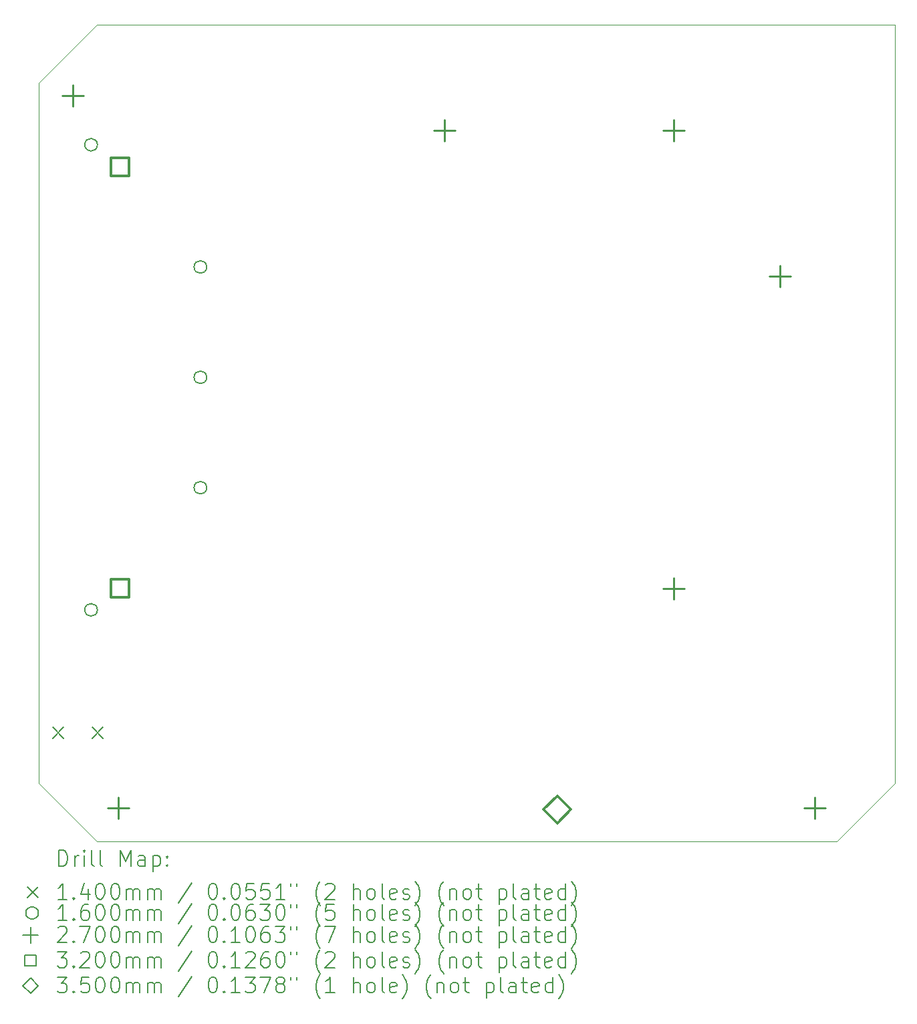
<source format=gbr>
%FSLAX45Y45*%
G04 Gerber Fmt 4.5, Leading zero omitted, Abs format (unit mm)*
G04 Created by KiCad (PCBNEW (6.0.0-0)) date 2023-04-18 12:24:43*
%MOMM*%
%LPD*%
G01*
G04 APERTURE LIST*
%TA.AperFunction,Profile*%
%ADD10C,0.100000*%
%TD*%
%ADD11C,0.200000*%
%ADD12C,0.140000*%
%ADD13C,0.160020*%
%ADD14C,0.270000*%
%ADD15C,0.320040*%
%ADD16C,0.350000*%
G04 APERTURE END LIST*
D10*
X5702300Y-14833600D02*
X4965700Y-14097000D01*
X15811500Y-14097000D02*
X15074900Y-14833600D01*
X5702300Y-4495800D02*
X13474700Y-4495800D01*
X13474700Y-4495800D02*
X15811500Y-4495800D01*
X15811500Y-14097000D02*
X15811500Y-4495800D01*
X4965700Y-14097000D02*
X4965700Y-5232400D01*
X5702300Y-4495800D02*
X4965700Y-5232400D01*
X15074900Y-14833600D02*
X5702300Y-14833600D01*
D11*
D12*
X5141800Y-13392000D02*
X5281800Y-13532000D01*
X5281800Y-13392000D02*
X5141800Y-13532000D01*
X5641800Y-13392000D02*
X5781800Y-13532000D01*
X5781800Y-13392000D02*
X5641800Y-13532000D01*
D13*
X5707751Y-6018140D02*
G75*
G03*
X5707751Y-6018140I-80010J0D01*
G01*
X5707751Y-11905860D02*
G75*
G03*
X5707751Y-11905860I-80010J0D01*
G01*
X7092051Y-7565000D02*
G75*
G03*
X7092051Y-7565000I-80010J0D01*
G01*
X7092051Y-8962000D02*
G75*
G03*
X7092051Y-8962000I-80010J0D01*
G01*
X7092051Y-10359000D02*
G75*
G03*
X7092051Y-10359000I-80010J0D01*
G01*
D14*
X5397500Y-5262500D02*
X5397500Y-5532500D01*
X5262500Y-5397500D02*
X5532500Y-5397500D01*
X5969000Y-14279500D02*
X5969000Y-14549500D01*
X5834000Y-14414500D02*
X6104000Y-14414500D01*
X10106800Y-5699600D02*
X10106800Y-5969600D01*
X9971800Y-5834600D02*
X10241800Y-5834600D01*
X13006800Y-5699600D02*
X13006800Y-5969600D01*
X12871800Y-5834600D02*
X13141800Y-5834600D01*
X13006800Y-11499600D02*
X13006800Y-11769600D01*
X12871800Y-11634600D02*
X13141800Y-11634600D01*
X14351000Y-7548500D02*
X14351000Y-7818500D01*
X14216000Y-7683500D02*
X14486000Y-7683500D01*
X14795500Y-14279500D02*
X14795500Y-14549500D01*
X14660500Y-14414500D02*
X14930500Y-14414500D01*
D15*
X6109193Y-6408152D02*
X6109193Y-6181848D01*
X5882888Y-6181848D01*
X5882888Y-6408152D01*
X6109193Y-6408152D01*
X6109193Y-11742152D02*
X6109193Y-11515848D01*
X5882888Y-11515848D01*
X5882888Y-11742152D01*
X6109193Y-11742152D01*
D16*
X11531600Y-14608600D02*
X11706600Y-14433600D01*
X11531600Y-14258600D01*
X11356600Y-14433600D01*
X11531600Y-14608600D01*
D11*
X5218319Y-15149076D02*
X5218319Y-14949076D01*
X5265938Y-14949076D01*
X5294510Y-14958600D01*
X5313557Y-14977648D01*
X5323081Y-14996695D01*
X5332605Y-15034790D01*
X5332605Y-15063362D01*
X5323081Y-15101457D01*
X5313557Y-15120505D01*
X5294510Y-15139552D01*
X5265938Y-15149076D01*
X5218319Y-15149076D01*
X5418319Y-15149076D02*
X5418319Y-15015743D01*
X5418319Y-15053838D02*
X5427843Y-15034790D01*
X5437367Y-15025267D01*
X5456414Y-15015743D01*
X5475462Y-15015743D01*
X5542129Y-15149076D02*
X5542129Y-15015743D01*
X5542129Y-14949076D02*
X5532605Y-14958600D01*
X5542129Y-14968124D01*
X5551652Y-14958600D01*
X5542129Y-14949076D01*
X5542129Y-14968124D01*
X5665938Y-15149076D02*
X5646890Y-15139552D01*
X5637367Y-15120505D01*
X5637367Y-14949076D01*
X5770700Y-15149076D02*
X5751652Y-15139552D01*
X5742128Y-15120505D01*
X5742128Y-14949076D01*
X5999271Y-15149076D02*
X5999271Y-14949076D01*
X6065938Y-15091933D01*
X6132605Y-14949076D01*
X6132605Y-15149076D01*
X6313557Y-15149076D02*
X6313557Y-15044314D01*
X6304033Y-15025267D01*
X6284986Y-15015743D01*
X6246890Y-15015743D01*
X6227843Y-15025267D01*
X6313557Y-15139552D02*
X6294509Y-15149076D01*
X6246890Y-15149076D01*
X6227843Y-15139552D01*
X6218319Y-15120505D01*
X6218319Y-15101457D01*
X6227843Y-15082409D01*
X6246890Y-15072886D01*
X6294509Y-15072886D01*
X6313557Y-15063362D01*
X6408795Y-15015743D02*
X6408795Y-15215743D01*
X6408795Y-15025267D02*
X6427843Y-15015743D01*
X6465938Y-15015743D01*
X6484986Y-15025267D01*
X6494509Y-15034790D01*
X6504033Y-15053838D01*
X6504033Y-15110981D01*
X6494509Y-15130028D01*
X6484986Y-15139552D01*
X6465938Y-15149076D01*
X6427843Y-15149076D01*
X6408795Y-15139552D01*
X6589748Y-15130028D02*
X6599271Y-15139552D01*
X6589748Y-15149076D01*
X6580224Y-15139552D01*
X6589748Y-15130028D01*
X6589748Y-15149076D01*
X6589748Y-15025267D02*
X6599271Y-15034790D01*
X6589748Y-15044314D01*
X6580224Y-15034790D01*
X6589748Y-15025267D01*
X6589748Y-15044314D01*
D12*
X4820700Y-15408600D02*
X4960700Y-15548600D01*
X4960700Y-15408600D02*
X4820700Y-15548600D01*
D11*
X5323081Y-15569076D02*
X5208795Y-15569076D01*
X5265938Y-15569076D02*
X5265938Y-15369076D01*
X5246890Y-15397648D01*
X5227843Y-15416695D01*
X5208795Y-15426219D01*
X5408795Y-15550028D02*
X5418319Y-15559552D01*
X5408795Y-15569076D01*
X5399271Y-15559552D01*
X5408795Y-15550028D01*
X5408795Y-15569076D01*
X5589748Y-15435743D02*
X5589748Y-15569076D01*
X5542129Y-15359552D02*
X5494510Y-15502409D01*
X5618319Y-15502409D01*
X5732605Y-15369076D02*
X5751652Y-15369076D01*
X5770700Y-15378600D01*
X5780224Y-15388124D01*
X5789748Y-15407171D01*
X5799271Y-15445267D01*
X5799271Y-15492886D01*
X5789748Y-15530981D01*
X5780224Y-15550028D01*
X5770700Y-15559552D01*
X5751652Y-15569076D01*
X5732605Y-15569076D01*
X5713557Y-15559552D01*
X5704033Y-15550028D01*
X5694509Y-15530981D01*
X5684986Y-15492886D01*
X5684986Y-15445267D01*
X5694509Y-15407171D01*
X5704033Y-15388124D01*
X5713557Y-15378600D01*
X5732605Y-15369076D01*
X5923081Y-15369076D02*
X5942128Y-15369076D01*
X5961176Y-15378600D01*
X5970700Y-15388124D01*
X5980224Y-15407171D01*
X5989748Y-15445267D01*
X5989748Y-15492886D01*
X5980224Y-15530981D01*
X5970700Y-15550028D01*
X5961176Y-15559552D01*
X5942128Y-15569076D01*
X5923081Y-15569076D01*
X5904033Y-15559552D01*
X5894509Y-15550028D01*
X5884986Y-15530981D01*
X5875462Y-15492886D01*
X5875462Y-15445267D01*
X5884986Y-15407171D01*
X5894509Y-15388124D01*
X5904033Y-15378600D01*
X5923081Y-15369076D01*
X6075462Y-15569076D02*
X6075462Y-15435743D01*
X6075462Y-15454790D02*
X6084986Y-15445267D01*
X6104033Y-15435743D01*
X6132605Y-15435743D01*
X6151652Y-15445267D01*
X6161176Y-15464314D01*
X6161176Y-15569076D01*
X6161176Y-15464314D02*
X6170700Y-15445267D01*
X6189748Y-15435743D01*
X6218319Y-15435743D01*
X6237367Y-15445267D01*
X6246890Y-15464314D01*
X6246890Y-15569076D01*
X6342128Y-15569076D02*
X6342128Y-15435743D01*
X6342128Y-15454790D02*
X6351652Y-15445267D01*
X6370700Y-15435743D01*
X6399271Y-15435743D01*
X6418319Y-15445267D01*
X6427843Y-15464314D01*
X6427843Y-15569076D01*
X6427843Y-15464314D02*
X6437367Y-15445267D01*
X6456414Y-15435743D01*
X6484986Y-15435743D01*
X6504033Y-15445267D01*
X6513557Y-15464314D01*
X6513557Y-15569076D01*
X6904033Y-15359552D02*
X6732605Y-15616695D01*
X7161176Y-15369076D02*
X7180224Y-15369076D01*
X7199271Y-15378600D01*
X7208795Y-15388124D01*
X7218319Y-15407171D01*
X7227843Y-15445267D01*
X7227843Y-15492886D01*
X7218319Y-15530981D01*
X7208795Y-15550028D01*
X7199271Y-15559552D01*
X7180224Y-15569076D01*
X7161176Y-15569076D01*
X7142128Y-15559552D01*
X7132605Y-15550028D01*
X7123081Y-15530981D01*
X7113557Y-15492886D01*
X7113557Y-15445267D01*
X7123081Y-15407171D01*
X7132605Y-15388124D01*
X7142128Y-15378600D01*
X7161176Y-15369076D01*
X7313557Y-15550028D02*
X7323081Y-15559552D01*
X7313557Y-15569076D01*
X7304033Y-15559552D01*
X7313557Y-15550028D01*
X7313557Y-15569076D01*
X7446890Y-15369076D02*
X7465938Y-15369076D01*
X7484986Y-15378600D01*
X7494509Y-15388124D01*
X7504033Y-15407171D01*
X7513557Y-15445267D01*
X7513557Y-15492886D01*
X7504033Y-15530981D01*
X7494509Y-15550028D01*
X7484986Y-15559552D01*
X7465938Y-15569076D01*
X7446890Y-15569076D01*
X7427843Y-15559552D01*
X7418319Y-15550028D01*
X7408795Y-15530981D01*
X7399271Y-15492886D01*
X7399271Y-15445267D01*
X7408795Y-15407171D01*
X7418319Y-15388124D01*
X7427843Y-15378600D01*
X7446890Y-15369076D01*
X7694509Y-15369076D02*
X7599271Y-15369076D01*
X7589748Y-15464314D01*
X7599271Y-15454790D01*
X7618319Y-15445267D01*
X7665938Y-15445267D01*
X7684986Y-15454790D01*
X7694509Y-15464314D01*
X7704033Y-15483362D01*
X7704033Y-15530981D01*
X7694509Y-15550028D01*
X7684986Y-15559552D01*
X7665938Y-15569076D01*
X7618319Y-15569076D01*
X7599271Y-15559552D01*
X7589748Y-15550028D01*
X7884986Y-15369076D02*
X7789748Y-15369076D01*
X7780224Y-15464314D01*
X7789748Y-15454790D01*
X7808795Y-15445267D01*
X7856414Y-15445267D01*
X7875462Y-15454790D01*
X7884986Y-15464314D01*
X7894509Y-15483362D01*
X7894509Y-15530981D01*
X7884986Y-15550028D01*
X7875462Y-15559552D01*
X7856414Y-15569076D01*
X7808795Y-15569076D01*
X7789748Y-15559552D01*
X7780224Y-15550028D01*
X8084986Y-15569076D02*
X7970700Y-15569076D01*
X8027843Y-15569076D02*
X8027843Y-15369076D01*
X8008795Y-15397648D01*
X7989748Y-15416695D01*
X7970700Y-15426219D01*
X8161176Y-15369076D02*
X8161176Y-15407171D01*
X8237367Y-15369076D02*
X8237367Y-15407171D01*
X8532605Y-15645267D02*
X8523081Y-15635743D01*
X8504033Y-15607171D01*
X8494510Y-15588124D01*
X8484986Y-15559552D01*
X8475462Y-15511933D01*
X8475462Y-15473838D01*
X8484986Y-15426219D01*
X8494510Y-15397648D01*
X8504033Y-15378600D01*
X8523081Y-15350028D01*
X8532605Y-15340505D01*
X8599271Y-15388124D02*
X8608795Y-15378600D01*
X8627843Y-15369076D01*
X8675462Y-15369076D01*
X8694510Y-15378600D01*
X8704033Y-15388124D01*
X8713557Y-15407171D01*
X8713557Y-15426219D01*
X8704033Y-15454790D01*
X8589748Y-15569076D01*
X8713557Y-15569076D01*
X8951652Y-15569076D02*
X8951652Y-15369076D01*
X9037367Y-15569076D02*
X9037367Y-15464314D01*
X9027843Y-15445267D01*
X9008795Y-15435743D01*
X8980224Y-15435743D01*
X8961176Y-15445267D01*
X8951652Y-15454790D01*
X9161176Y-15569076D02*
X9142129Y-15559552D01*
X9132605Y-15550028D01*
X9123081Y-15530981D01*
X9123081Y-15473838D01*
X9132605Y-15454790D01*
X9142129Y-15445267D01*
X9161176Y-15435743D01*
X9189748Y-15435743D01*
X9208795Y-15445267D01*
X9218319Y-15454790D01*
X9227843Y-15473838D01*
X9227843Y-15530981D01*
X9218319Y-15550028D01*
X9208795Y-15559552D01*
X9189748Y-15569076D01*
X9161176Y-15569076D01*
X9342129Y-15569076D02*
X9323081Y-15559552D01*
X9313557Y-15540505D01*
X9313557Y-15369076D01*
X9494510Y-15559552D02*
X9475462Y-15569076D01*
X9437367Y-15569076D01*
X9418319Y-15559552D01*
X9408795Y-15540505D01*
X9408795Y-15464314D01*
X9418319Y-15445267D01*
X9437367Y-15435743D01*
X9475462Y-15435743D01*
X9494510Y-15445267D01*
X9504033Y-15464314D01*
X9504033Y-15483362D01*
X9408795Y-15502409D01*
X9580224Y-15559552D02*
X9599271Y-15569076D01*
X9637367Y-15569076D01*
X9656414Y-15559552D01*
X9665938Y-15540505D01*
X9665938Y-15530981D01*
X9656414Y-15511933D01*
X9637367Y-15502409D01*
X9608795Y-15502409D01*
X9589748Y-15492886D01*
X9580224Y-15473838D01*
X9580224Y-15464314D01*
X9589748Y-15445267D01*
X9608795Y-15435743D01*
X9637367Y-15435743D01*
X9656414Y-15445267D01*
X9732605Y-15645267D02*
X9742129Y-15635743D01*
X9761176Y-15607171D01*
X9770700Y-15588124D01*
X9780224Y-15559552D01*
X9789748Y-15511933D01*
X9789748Y-15473838D01*
X9780224Y-15426219D01*
X9770700Y-15397648D01*
X9761176Y-15378600D01*
X9742129Y-15350028D01*
X9732605Y-15340505D01*
X10094510Y-15645267D02*
X10084986Y-15635743D01*
X10065938Y-15607171D01*
X10056414Y-15588124D01*
X10046890Y-15559552D01*
X10037367Y-15511933D01*
X10037367Y-15473838D01*
X10046890Y-15426219D01*
X10056414Y-15397648D01*
X10065938Y-15378600D01*
X10084986Y-15350028D01*
X10094510Y-15340505D01*
X10170700Y-15435743D02*
X10170700Y-15569076D01*
X10170700Y-15454790D02*
X10180224Y-15445267D01*
X10199271Y-15435743D01*
X10227843Y-15435743D01*
X10246890Y-15445267D01*
X10256414Y-15464314D01*
X10256414Y-15569076D01*
X10380224Y-15569076D02*
X10361176Y-15559552D01*
X10351652Y-15550028D01*
X10342129Y-15530981D01*
X10342129Y-15473838D01*
X10351652Y-15454790D01*
X10361176Y-15445267D01*
X10380224Y-15435743D01*
X10408795Y-15435743D01*
X10427843Y-15445267D01*
X10437367Y-15454790D01*
X10446890Y-15473838D01*
X10446890Y-15530981D01*
X10437367Y-15550028D01*
X10427843Y-15559552D01*
X10408795Y-15569076D01*
X10380224Y-15569076D01*
X10504033Y-15435743D02*
X10580224Y-15435743D01*
X10532605Y-15369076D02*
X10532605Y-15540505D01*
X10542129Y-15559552D01*
X10561176Y-15569076D01*
X10580224Y-15569076D01*
X10799271Y-15435743D02*
X10799271Y-15635743D01*
X10799271Y-15445267D02*
X10818319Y-15435743D01*
X10856414Y-15435743D01*
X10875462Y-15445267D01*
X10884986Y-15454790D01*
X10894510Y-15473838D01*
X10894510Y-15530981D01*
X10884986Y-15550028D01*
X10875462Y-15559552D01*
X10856414Y-15569076D01*
X10818319Y-15569076D01*
X10799271Y-15559552D01*
X11008795Y-15569076D02*
X10989748Y-15559552D01*
X10980224Y-15540505D01*
X10980224Y-15369076D01*
X11170700Y-15569076D02*
X11170700Y-15464314D01*
X11161176Y-15445267D01*
X11142129Y-15435743D01*
X11104033Y-15435743D01*
X11084986Y-15445267D01*
X11170700Y-15559552D02*
X11151652Y-15569076D01*
X11104033Y-15569076D01*
X11084986Y-15559552D01*
X11075462Y-15540505D01*
X11075462Y-15521457D01*
X11084986Y-15502409D01*
X11104033Y-15492886D01*
X11151652Y-15492886D01*
X11170700Y-15483362D01*
X11237367Y-15435743D02*
X11313557Y-15435743D01*
X11265938Y-15369076D02*
X11265938Y-15540505D01*
X11275462Y-15559552D01*
X11294509Y-15569076D01*
X11313557Y-15569076D01*
X11456414Y-15559552D02*
X11437367Y-15569076D01*
X11399271Y-15569076D01*
X11380224Y-15559552D01*
X11370700Y-15540505D01*
X11370700Y-15464314D01*
X11380224Y-15445267D01*
X11399271Y-15435743D01*
X11437367Y-15435743D01*
X11456414Y-15445267D01*
X11465938Y-15464314D01*
X11465938Y-15483362D01*
X11370700Y-15502409D01*
X11637367Y-15569076D02*
X11637367Y-15369076D01*
X11637367Y-15559552D02*
X11618319Y-15569076D01*
X11580224Y-15569076D01*
X11561176Y-15559552D01*
X11551652Y-15550028D01*
X11542128Y-15530981D01*
X11542128Y-15473838D01*
X11551652Y-15454790D01*
X11561176Y-15445267D01*
X11580224Y-15435743D01*
X11618319Y-15435743D01*
X11637367Y-15445267D01*
X11713557Y-15645267D02*
X11723081Y-15635743D01*
X11742128Y-15607171D01*
X11751652Y-15588124D01*
X11761176Y-15559552D01*
X11770700Y-15511933D01*
X11770700Y-15473838D01*
X11761176Y-15426219D01*
X11751652Y-15397648D01*
X11742128Y-15378600D01*
X11723081Y-15350028D01*
X11713557Y-15340505D01*
D13*
X4960700Y-15742600D02*
G75*
G03*
X4960700Y-15742600I-80010J0D01*
G01*
D11*
X5323081Y-15833076D02*
X5208795Y-15833076D01*
X5265938Y-15833076D02*
X5265938Y-15633076D01*
X5246890Y-15661648D01*
X5227843Y-15680695D01*
X5208795Y-15690219D01*
X5408795Y-15814028D02*
X5418319Y-15823552D01*
X5408795Y-15833076D01*
X5399271Y-15823552D01*
X5408795Y-15814028D01*
X5408795Y-15833076D01*
X5589748Y-15633076D02*
X5551652Y-15633076D01*
X5532605Y-15642600D01*
X5523081Y-15652124D01*
X5504033Y-15680695D01*
X5494510Y-15718790D01*
X5494510Y-15794981D01*
X5504033Y-15814028D01*
X5513557Y-15823552D01*
X5532605Y-15833076D01*
X5570700Y-15833076D01*
X5589748Y-15823552D01*
X5599271Y-15814028D01*
X5608795Y-15794981D01*
X5608795Y-15747362D01*
X5599271Y-15728314D01*
X5589748Y-15718790D01*
X5570700Y-15709267D01*
X5532605Y-15709267D01*
X5513557Y-15718790D01*
X5504033Y-15728314D01*
X5494510Y-15747362D01*
X5732605Y-15633076D02*
X5751652Y-15633076D01*
X5770700Y-15642600D01*
X5780224Y-15652124D01*
X5789748Y-15671171D01*
X5799271Y-15709267D01*
X5799271Y-15756886D01*
X5789748Y-15794981D01*
X5780224Y-15814028D01*
X5770700Y-15823552D01*
X5751652Y-15833076D01*
X5732605Y-15833076D01*
X5713557Y-15823552D01*
X5704033Y-15814028D01*
X5694509Y-15794981D01*
X5684986Y-15756886D01*
X5684986Y-15709267D01*
X5694509Y-15671171D01*
X5704033Y-15652124D01*
X5713557Y-15642600D01*
X5732605Y-15633076D01*
X5923081Y-15633076D02*
X5942128Y-15633076D01*
X5961176Y-15642600D01*
X5970700Y-15652124D01*
X5980224Y-15671171D01*
X5989748Y-15709267D01*
X5989748Y-15756886D01*
X5980224Y-15794981D01*
X5970700Y-15814028D01*
X5961176Y-15823552D01*
X5942128Y-15833076D01*
X5923081Y-15833076D01*
X5904033Y-15823552D01*
X5894509Y-15814028D01*
X5884986Y-15794981D01*
X5875462Y-15756886D01*
X5875462Y-15709267D01*
X5884986Y-15671171D01*
X5894509Y-15652124D01*
X5904033Y-15642600D01*
X5923081Y-15633076D01*
X6075462Y-15833076D02*
X6075462Y-15699743D01*
X6075462Y-15718790D02*
X6084986Y-15709267D01*
X6104033Y-15699743D01*
X6132605Y-15699743D01*
X6151652Y-15709267D01*
X6161176Y-15728314D01*
X6161176Y-15833076D01*
X6161176Y-15728314D02*
X6170700Y-15709267D01*
X6189748Y-15699743D01*
X6218319Y-15699743D01*
X6237367Y-15709267D01*
X6246890Y-15728314D01*
X6246890Y-15833076D01*
X6342128Y-15833076D02*
X6342128Y-15699743D01*
X6342128Y-15718790D02*
X6351652Y-15709267D01*
X6370700Y-15699743D01*
X6399271Y-15699743D01*
X6418319Y-15709267D01*
X6427843Y-15728314D01*
X6427843Y-15833076D01*
X6427843Y-15728314D02*
X6437367Y-15709267D01*
X6456414Y-15699743D01*
X6484986Y-15699743D01*
X6504033Y-15709267D01*
X6513557Y-15728314D01*
X6513557Y-15833076D01*
X6904033Y-15623552D02*
X6732605Y-15880695D01*
X7161176Y-15633076D02*
X7180224Y-15633076D01*
X7199271Y-15642600D01*
X7208795Y-15652124D01*
X7218319Y-15671171D01*
X7227843Y-15709267D01*
X7227843Y-15756886D01*
X7218319Y-15794981D01*
X7208795Y-15814028D01*
X7199271Y-15823552D01*
X7180224Y-15833076D01*
X7161176Y-15833076D01*
X7142128Y-15823552D01*
X7132605Y-15814028D01*
X7123081Y-15794981D01*
X7113557Y-15756886D01*
X7113557Y-15709267D01*
X7123081Y-15671171D01*
X7132605Y-15652124D01*
X7142128Y-15642600D01*
X7161176Y-15633076D01*
X7313557Y-15814028D02*
X7323081Y-15823552D01*
X7313557Y-15833076D01*
X7304033Y-15823552D01*
X7313557Y-15814028D01*
X7313557Y-15833076D01*
X7446890Y-15633076D02*
X7465938Y-15633076D01*
X7484986Y-15642600D01*
X7494509Y-15652124D01*
X7504033Y-15671171D01*
X7513557Y-15709267D01*
X7513557Y-15756886D01*
X7504033Y-15794981D01*
X7494509Y-15814028D01*
X7484986Y-15823552D01*
X7465938Y-15833076D01*
X7446890Y-15833076D01*
X7427843Y-15823552D01*
X7418319Y-15814028D01*
X7408795Y-15794981D01*
X7399271Y-15756886D01*
X7399271Y-15709267D01*
X7408795Y-15671171D01*
X7418319Y-15652124D01*
X7427843Y-15642600D01*
X7446890Y-15633076D01*
X7684986Y-15633076D02*
X7646890Y-15633076D01*
X7627843Y-15642600D01*
X7618319Y-15652124D01*
X7599271Y-15680695D01*
X7589748Y-15718790D01*
X7589748Y-15794981D01*
X7599271Y-15814028D01*
X7608795Y-15823552D01*
X7627843Y-15833076D01*
X7665938Y-15833076D01*
X7684986Y-15823552D01*
X7694509Y-15814028D01*
X7704033Y-15794981D01*
X7704033Y-15747362D01*
X7694509Y-15728314D01*
X7684986Y-15718790D01*
X7665938Y-15709267D01*
X7627843Y-15709267D01*
X7608795Y-15718790D01*
X7599271Y-15728314D01*
X7589748Y-15747362D01*
X7770700Y-15633076D02*
X7894509Y-15633076D01*
X7827843Y-15709267D01*
X7856414Y-15709267D01*
X7875462Y-15718790D01*
X7884986Y-15728314D01*
X7894509Y-15747362D01*
X7894509Y-15794981D01*
X7884986Y-15814028D01*
X7875462Y-15823552D01*
X7856414Y-15833076D01*
X7799271Y-15833076D01*
X7780224Y-15823552D01*
X7770700Y-15814028D01*
X8018319Y-15633076D02*
X8037367Y-15633076D01*
X8056414Y-15642600D01*
X8065938Y-15652124D01*
X8075462Y-15671171D01*
X8084986Y-15709267D01*
X8084986Y-15756886D01*
X8075462Y-15794981D01*
X8065938Y-15814028D01*
X8056414Y-15823552D01*
X8037367Y-15833076D01*
X8018319Y-15833076D01*
X7999271Y-15823552D01*
X7989748Y-15814028D01*
X7980224Y-15794981D01*
X7970700Y-15756886D01*
X7970700Y-15709267D01*
X7980224Y-15671171D01*
X7989748Y-15652124D01*
X7999271Y-15642600D01*
X8018319Y-15633076D01*
X8161176Y-15633076D02*
X8161176Y-15671171D01*
X8237367Y-15633076D02*
X8237367Y-15671171D01*
X8532605Y-15909267D02*
X8523081Y-15899743D01*
X8504033Y-15871171D01*
X8494510Y-15852124D01*
X8484986Y-15823552D01*
X8475462Y-15775933D01*
X8475462Y-15737838D01*
X8484986Y-15690219D01*
X8494510Y-15661648D01*
X8504033Y-15642600D01*
X8523081Y-15614028D01*
X8532605Y-15604505D01*
X8704033Y-15633076D02*
X8608795Y-15633076D01*
X8599271Y-15728314D01*
X8608795Y-15718790D01*
X8627843Y-15709267D01*
X8675462Y-15709267D01*
X8694510Y-15718790D01*
X8704033Y-15728314D01*
X8713557Y-15747362D01*
X8713557Y-15794981D01*
X8704033Y-15814028D01*
X8694510Y-15823552D01*
X8675462Y-15833076D01*
X8627843Y-15833076D01*
X8608795Y-15823552D01*
X8599271Y-15814028D01*
X8951652Y-15833076D02*
X8951652Y-15633076D01*
X9037367Y-15833076D02*
X9037367Y-15728314D01*
X9027843Y-15709267D01*
X9008795Y-15699743D01*
X8980224Y-15699743D01*
X8961176Y-15709267D01*
X8951652Y-15718790D01*
X9161176Y-15833076D02*
X9142129Y-15823552D01*
X9132605Y-15814028D01*
X9123081Y-15794981D01*
X9123081Y-15737838D01*
X9132605Y-15718790D01*
X9142129Y-15709267D01*
X9161176Y-15699743D01*
X9189748Y-15699743D01*
X9208795Y-15709267D01*
X9218319Y-15718790D01*
X9227843Y-15737838D01*
X9227843Y-15794981D01*
X9218319Y-15814028D01*
X9208795Y-15823552D01*
X9189748Y-15833076D01*
X9161176Y-15833076D01*
X9342129Y-15833076D02*
X9323081Y-15823552D01*
X9313557Y-15804505D01*
X9313557Y-15633076D01*
X9494510Y-15823552D02*
X9475462Y-15833076D01*
X9437367Y-15833076D01*
X9418319Y-15823552D01*
X9408795Y-15804505D01*
X9408795Y-15728314D01*
X9418319Y-15709267D01*
X9437367Y-15699743D01*
X9475462Y-15699743D01*
X9494510Y-15709267D01*
X9504033Y-15728314D01*
X9504033Y-15747362D01*
X9408795Y-15766409D01*
X9580224Y-15823552D02*
X9599271Y-15833076D01*
X9637367Y-15833076D01*
X9656414Y-15823552D01*
X9665938Y-15804505D01*
X9665938Y-15794981D01*
X9656414Y-15775933D01*
X9637367Y-15766409D01*
X9608795Y-15766409D01*
X9589748Y-15756886D01*
X9580224Y-15737838D01*
X9580224Y-15728314D01*
X9589748Y-15709267D01*
X9608795Y-15699743D01*
X9637367Y-15699743D01*
X9656414Y-15709267D01*
X9732605Y-15909267D02*
X9742129Y-15899743D01*
X9761176Y-15871171D01*
X9770700Y-15852124D01*
X9780224Y-15823552D01*
X9789748Y-15775933D01*
X9789748Y-15737838D01*
X9780224Y-15690219D01*
X9770700Y-15661648D01*
X9761176Y-15642600D01*
X9742129Y-15614028D01*
X9732605Y-15604505D01*
X10094510Y-15909267D02*
X10084986Y-15899743D01*
X10065938Y-15871171D01*
X10056414Y-15852124D01*
X10046890Y-15823552D01*
X10037367Y-15775933D01*
X10037367Y-15737838D01*
X10046890Y-15690219D01*
X10056414Y-15661648D01*
X10065938Y-15642600D01*
X10084986Y-15614028D01*
X10094510Y-15604505D01*
X10170700Y-15699743D02*
X10170700Y-15833076D01*
X10170700Y-15718790D02*
X10180224Y-15709267D01*
X10199271Y-15699743D01*
X10227843Y-15699743D01*
X10246890Y-15709267D01*
X10256414Y-15728314D01*
X10256414Y-15833076D01*
X10380224Y-15833076D02*
X10361176Y-15823552D01*
X10351652Y-15814028D01*
X10342129Y-15794981D01*
X10342129Y-15737838D01*
X10351652Y-15718790D01*
X10361176Y-15709267D01*
X10380224Y-15699743D01*
X10408795Y-15699743D01*
X10427843Y-15709267D01*
X10437367Y-15718790D01*
X10446890Y-15737838D01*
X10446890Y-15794981D01*
X10437367Y-15814028D01*
X10427843Y-15823552D01*
X10408795Y-15833076D01*
X10380224Y-15833076D01*
X10504033Y-15699743D02*
X10580224Y-15699743D01*
X10532605Y-15633076D02*
X10532605Y-15804505D01*
X10542129Y-15823552D01*
X10561176Y-15833076D01*
X10580224Y-15833076D01*
X10799271Y-15699743D02*
X10799271Y-15899743D01*
X10799271Y-15709267D02*
X10818319Y-15699743D01*
X10856414Y-15699743D01*
X10875462Y-15709267D01*
X10884986Y-15718790D01*
X10894510Y-15737838D01*
X10894510Y-15794981D01*
X10884986Y-15814028D01*
X10875462Y-15823552D01*
X10856414Y-15833076D01*
X10818319Y-15833076D01*
X10799271Y-15823552D01*
X11008795Y-15833076D02*
X10989748Y-15823552D01*
X10980224Y-15804505D01*
X10980224Y-15633076D01*
X11170700Y-15833076D02*
X11170700Y-15728314D01*
X11161176Y-15709267D01*
X11142129Y-15699743D01*
X11104033Y-15699743D01*
X11084986Y-15709267D01*
X11170700Y-15823552D02*
X11151652Y-15833076D01*
X11104033Y-15833076D01*
X11084986Y-15823552D01*
X11075462Y-15804505D01*
X11075462Y-15785457D01*
X11084986Y-15766409D01*
X11104033Y-15756886D01*
X11151652Y-15756886D01*
X11170700Y-15747362D01*
X11237367Y-15699743D02*
X11313557Y-15699743D01*
X11265938Y-15633076D02*
X11265938Y-15804505D01*
X11275462Y-15823552D01*
X11294509Y-15833076D01*
X11313557Y-15833076D01*
X11456414Y-15823552D02*
X11437367Y-15833076D01*
X11399271Y-15833076D01*
X11380224Y-15823552D01*
X11370700Y-15804505D01*
X11370700Y-15728314D01*
X11380224Y-15709267D01*
X11399271Y-15699743D01*
X11437367Y-15699743D01*
X11456414Y-15709267D01*
X11465938Y-15728314D01*
X11465938Y-15747362D01*
X11370700Y-15766409D01*
X11637367Y-15833076D02*
X11637367Y-15633076D01*
X11637367Y-15823552D02*
X11618319Y-15833076D01*
X11580224Y-15833076D01*
X11561176Y-15823552D01*
X11551652Y-15814028D01*
X11542128Y-15794981D01*
X11542128Y-15737838D01*
X11551652Y-15718790D01*
X11561176Y-15709267D01*
X11580224Y-15699743D01*
X11618319Y-15699743D01*
X11637367Y-15709267D01*
X11713557Y-15909267D02*
X11723081Y-15899743D01*
X11742128Y-15871171D01*
X11751652Y-15852124D01*
X11761176Y-15823552D01*
X11770700Y-15775933D01*
X11770700Y-15737838D01*
X11761176Y-15690219D01*
X11751652Y-15661648D01*
X11742128Y-15642600D01*
X11723081Y-15614028D01*
X11713557Y-15604505D01*
X4860700Y-15922620D02*
X4860700Y-16122620D01*
X4760700Y-16022620D02*
X4960700Y-16022620D01*
X5208795Y-15932144D02*
X5218319Y-15922620D01*
X5237367Y-15913096D01*
X5284986Y-15913096D01*
X5304033Y-15922620D01*
X5313557Y-15932144D01*
X5323081Y-15951191D01*
X5323081Y-15970239D01*
X5313557Y-15998810D01*
X5199271Y-16113096D01*
X5323081Y-16113096D01*
X5408795Y-16094048D02*
X5418319Y-16103572D01*
X5408795Y-16113096D01*
X5399271Y-16103572D01*
X5408795Y-16094048D01*
X5408795Y-16113096D01*
X5484986Y-15913096D02*
X5618319Y-15913096D01*
X5532605Y-16113096D01*
X5732605Y-15913096D02*
X5751652Y-15913096D01*
X5770700Y-15922620D01*
X5780224Y-15932144D01*
X5789748Y-15951191D01*
X5799271Y-15989287D01*
X5799271Y-16036906D01*
X5789748Y-16075001D01*
X5780224Y-16094048D01*
X5770700Y-16103572D01*
X5751652Y-16113096D01*
X5732605Y-16113096D01*
X5713557Y-16103572D01*
X5704033Y-16094048D01*
X5694509Y-16075001D01*
X5684986Y-16036906D01*
X5684986Y-15989287D01*
X5694509Y-15951191D01*
X5704033Y-15932144D01*
X5713557Y-15922620D01*
X5732605Y-15913096D01*
X5923081Y-15913096D02*
X5942128Y-15913096D01*
X5961176Y-15922620D01*
X5970700Y-15932144D01*
X5980224Y-15951191D01*
X5989748Y-15989287D01*
X5989748Y-16036906D01*
X5980224Y-16075001D01*
X5970700Y-16094048D01*
X5961176Y-16103572D01*
X5942128Y-16113096D01*
X5923081Y-16113096D01*
X5904033Y-16103572D01*
X5894509Y-16094048D01*
X5884986Y-16075001D01*
X5875462Y-16036906D01*
X5875462Y-15989287D01*
X5884986Y-15951191D01*
X5894509Y-15932144D01*
X5904033Y-15922620D01*
X5923081Y-15913096D01*
X6075462Y-16113096D02*
X6075462Y-15979763D01*
X6075462Y-15998810D02*
X6084986Y-15989287D01*
X6104033Y-15979763D01*
X6132605Y-15979763D01*
X6151652Y-15989287D01*
X6161176Y-16008334D01*
X6161176Y-16113096D01*
X6161176Y-16008334D02*
X6170700Y-15989287D01*
X6189748Y-15979763D01*
X6218319Y-15979763D01*
X6237367Y-15989287D01*
X6246890Y-16008334D01*
X6246890Y-16113096D01*
X6342128Y-16113096D02*
X6342128Y-15979763D01*
X6342128Y-15998810D02*
X6351652Y-15989287D01*
X6370700Y-15979763D01*
X6399271Y-15979763D01*
X6418319Y-15989287D01*
X6427843Y-16008334D01*
X6427843Y-16113096D01*
X6427843Y-16008334D02*
X6437367Y-15989287D01*
X6456414Y-15979763D01*
X6484986Y-15979763D01*
X6504033Y-15989287D01*
X6513557Y-16008334D01*
X6513557Y-16113096D01*
X6904033Y-15903572D02*
X6732605Y-16160715D01*
X7161176Y-15913096D02*
X7180224Y-15913096D01*
X7199271Y-15922620D01*
X7208795Y-15932144D01*
X7218319Y-15951191D01*
X7227843Y-15989287D01*
X7227843Y-16036906D01*
X7218319Y-16075001D01*
X7208795Y-16094048D01*
X7199271Y-16103572D01*
X7180224Y-16113096D01*
X7161176Y-16113096D01*
X7142128Y-16103572D01*
X7132605Y-16094048D01*
X7123081Y-16075001D01*
X7113557Y-16036906D01*
X7113557Y-15989287D01*
X7123081Y-15951191D01*
X7132605Y-15932144D01*
X7142128Y-15922620D01*
X7161176Y-15913096D01*
X7313557Y-16094048D02*
X7323081Y-16103572D01*
X7313557Y-16113096D01*
X7304033Y-16103572D01*
X7313557Y-16094048D01*
X7313557Y-16113096D01*
X7513557Y-16113096D02*
X7399271Y-16113096D01*
X7456414Y-16113096D02*
X7456414Y-15913096D01*
X7437367Y-15941668D01*
X7418319Y-15960715D01*
X7399271Y-15970239D01*
X7637367Y-15913096D02*
X7656414Y-15913096D01*
X7675462Y-15922620D01*
X7684986Y-15932144D01*
X7694509Y-15951191D01*
X7704033Y-15989287D01*
X7704033Y-16036906D01*
X7694509Y-16075001D01*
X7684986Y-16094048D01*
X7675462Y-16103572D01*
X7656414Y-16113096D01*
X7637367Y-16113096D01*
X7618319Y-16103572D01*
X7608795Y-16094048D01*
X7599271Y-16075001D01*
X7589748Y-16036906D01*
X7589748Y-15989287D01*
X7599271Y-15951191D01*
X7608795Y-15932144D01*
X7618319Y-15922620D01*
X7637367Y-15913096D01*
X7875462Y-15913096D02*
X7837367Y-15913096D01*
X7818319Y-15922620D01*
X7808795Y-15932144D01*
X7789748Y-15960715D01*
X7780224Y-15998810D01*
X7780224Y-16075001D01*
X7789748Y-16094048D01*
X7799271Y-16103572D01*
X7818319Y-16113096D01*
X7856414Y-16113096D01*
X7875462Y-16103572D01*
X7884986Y-16094048D01*
X7894509Y-16075001D01*
X7894509Y-16027382D01*
X7884986Y-16008334D01*
X7875462Y-15998810D01*
X7856414Y-15989287D01*
X7818319Y-15989287D01*
X7799271Y-15998810D01*
X7789748Y-16008334D01*
X7780224Y-16027382D01*
X7961176Y-15913096D02*
X8084986Y-15913096D01*
X8018319Y-15989287D01*
X8046890Y-15989287D01*
X8065938Y-15998810D01*
X8075462Y-16008334D01*
X8084986Y-16027382D01*
X8084986Y-16075001D01*
X8075462Y-16094048D01*
X8065938Y-16103572D01*
X8046890Y-16113096D01*
X7989748Y-16113096D01*
X7970700Y-16103572D01*
X7961176Y-16094048D01*
X8161176Y-15913096D02*
X8161176Y-15951191D01*
X8237367Y-15913096D02*
X8237367Y-15951191D01*
X8532605Y-16189287D02*
X8523081Y-16179763D01*
X8504033Y-16151191D01*
X8494510Y-16132144D01*
X8484986Y-16103572D01*
X8475462Y-16055953D01*
X8475462Y-16017858D01*
X8484986Y-15970239D01*
X8494510Y-15941668D01*
X8504033Y-15922620D01*
X8523081Y-15894048D01*
X8532605Y-15884525D01*
X8589748Y-15913096D02*
X8723081Y-15913096D01*
X8637367Y-16113096D01*
X8951652Y-16113096D02*
X8951652Y-15913096D01*
X9037367Y-16113096D02*
X9037367Y-16008334D01*
X9027843Y-15989287D01*
X9008795Y-15979763D01*
X8980224Y-15979763D01*
X8961176Y-15989287D01*
X8951652Y-15998810D01*
X9161176Y-16113096D02*
X9142129Y-16103572D01*
X9132605Y-16094048D01*
X9123081Y-16075001D01*
X9123081Y-16017858D01*
X9132605Y-15998810D01*
X9142129Y-15989287D01*
X9161176Y-15979763D01*
X9189748Y-15979763D01*
X9208795Y-15989287D01*
X9218319Y-15998810D01*
X9227843Y-16017858D01*
X9227843Y-16075001D01*
X9218319Y-16094048D01*
X9208795Y-16103572D01*
X9189748Y-16113096D01*
X9161176Y-16113096D01*
X9342129Y-16113096D02*
X9323081Y-16103572D01*
X9313557Y-16084525D01*
X9313557Y-15913096D01*
X9494510Y-16103572D02*
X9475462Y-16113096D01*
X9437367Y-16113096D01*
X9418319Y-16103572D01*
X9408795Y-16084525D01*
X9408795Y-16008334D01*
X9418319Y-15989287D01*
X9437367Y-15979763D01*
X9475462Y-15979763D01*
X9494510Y-15989287D01*
X9504033Y-16008334D01*
X9504033Y-16027382D01*
X9408795Y-16046429D01*
X9580224Y-16103572D02*
X9599271Y-16113096D01*
X9637367Y-16113096D01*
X9656414Y-16103572D01*
X9665938Y-16084525D01*
X9665938Y-16075001D01*
X9656414Y-16055953D01*
X9637367Y-16046429D01*
X9608795Y-16046429D01*
X9589748Y-16036906D01*
X9580224Y-16017858D01*
X9580224Y-16008334D01*
X9589748Y-15989287D01*
X9608795Y-15979763D01*
X9637367Y-15979763D01*
X9656414Y-15989287D01*
X9732605Y-16189287D02*
X9742129Y-16179763D01*
X9761176Y-16151191D01*
X9770700Y-16132144D01*
X9780224Y-16103572D01*
X9789748Y-16055953D01*
X9789748Y-16017858D01*
X9780224Y-15970239D01*
X9770700Y-15941668D01*
X9761176Y-15922620D01*
X9742129Y-15894048D01*
X9732605Y-15884525D01*
X10094510Y-16189287D02*
X10084986Y-16179763D01*
X10065938Y-16151191D01*
X10056414Y-16132144D01*
X10046890Y-16103572D01*
X10037367Y-16055953D01*
X10037367Y-16017858D01*
X10046890Y-15970239D01*
X10056414Y-15941668D01*
X10065938Y-15922620D01*
X10084986Y-15894048D01*
X10094510Y-15884525D01*
X10170700Y-15979763D02*
X10170700Y-16113096D01*
X10170700Y-15998810D02*
X10180224Y-15989287D01*
X10199271Y-15979763D01*
X10227843Y-15979763D01*
X10246890Y-15989287D01*
X10256414Y-16008334D01*
X10256414Y-16113096D01*
X10380224Y-16113096D02*
X10361176Y-16103572D01*
X10351652Y-16094048D01*
X10342129Y-16075001D01*
X10342129Y-16017858D01*
X10351652Y-15998810D01*
X10361176Y-15989287D01*
X10380224Y-15979763D01*
X10408795Y-15979763D01*
X10427843Y-15989287D01*
X10437367Y-15998810D01*
X10446890Y-16017858D01*
X10446890Y-16075001D01*
X10437367Y-16094048D01*
X10427843Y-16103572D01*
X10408795Y-16113096D01*
X10380224Y-16113096D01*
X10504033Y-15979763D02*
X10580224Y-15979763D01*
X10532605Y-15913096D02*
X10532605Y-16084525D01*
X10542129Y-16103572D01*
X10561176Y-16113096D01*
X10580224Y-16113096D01*
X10799271Y-15979763D02*
X10799271Y-16179763D01*
X10799271Y-15989287D02*
X10818319Y-15979763D01*
X10856414Y-15979763D01*
X10875462Y-15989287D01*
X10884986Y-15998810D01*
X10894510Y-16017858D01*
X10894510Y-16075001D01*
X10884986Y-16094048D01*
X10875462Y-16103572D01*
X10856414Y-16113096D01*
X10818319Y-16113096D01*
X10799271Y-16103572D01*
X11008795Y-16113096D02*
X10989748Y-16103572D01*
X10980224Y-16084525D01*
X10980224Y-15913096D01*
X11170700Y-16113096D02*
X11170700Y-16008334D01*
X11161176Y-15989287D01*
X11142129Y-15979763D01*
X11104033Y-15979763D01*
X11084986Y-15989287D01*
X11170700Y-16103572D02*
X11151652Y-16113096D01*
X11104033Y-16113096D01*
X11084986Y-16103572D01*
X11075462Y-16084525D01*
X11075462Y-16065477D01*
X11084986Y-16046429D01*
X11104033Y-16036906D01*
X11151652Y-16036906D01*
X11170700Y-16027382D01*
X11237367Y-15979763D02*
X11313557Y-15979763D01*
X11265938Y-15913096D02*
X11265938Y-16084525D01*
X11275462Y-16103572D01*
X11294509Y-16113096D01*
X11313557Y-16113096D01*
X11456414Y-16103572D02*
X11437367Y-16113096D01*
X11399271Y-16113096D01*
X11380224Y-16103572D01*
X11370700Y-16084525D01*
X11370700Y-16008334D01*
X11380224Y-15989287D01*
X11399271Y-15979763D01*
X11437367Y-15979763D01*
X11456414Y-15989287D01*
X11465938Y-16008334D01*
X11465938Y-16027382D01*
X11370700Y-16046429D01*
X11637367Y-16113096D02*
X11637367Y-15913096D01*
X11637367Y-16103572D02*
X11618319Y-16113096D01*
X11580224Y-16113096D01*
X11561176Y-16103572D01*
X11551652Y-16094048D01*
X11542128Y-16075001D01*
X11542128Y-16017858D01*
X11551652Y-15998810D01*
X11561176Y-15989287D01*
X11580224Y-15979763D01*
X11618319Y-15979763D01*
X11637367Y-15989287D01*
X11713557Y-16189287D02*
X11723081Y-16179763D01*
X11742128Y-16151191D01*
X11751652Y-16132144D01*
X11761176Y-16103572D01*
X11770700Y-16055953D01*
X11770700Y-16017858D01*
X11761176Y-15970239D01*
X11751652Y-15941668D01*
X11742128Y-15922620D01*
X11723081Y-15894048D01*
X11713557Y-15884525D01*
X4931411Y-16413331D02*
X4931411Y-16271909D01*
X4789989Y-16271909D01*
X4789989Y-16413331D01*
X4931411Y-16413331D01*
X5199271Y-16233096D02*
X5323081Y-16233096D01*
X5256414Y-16309287D01*
X5284986Y-16309287D01*
X5304033Y-16318810D01*
X5313557Y-16328334D01*
X5323081Y-16347382D01*
X5323081Y-16395001D01*
X5313557Y-16414048D01*
X5304033Y-16423572D01*
X5284986Y-16433096D01*
X5227843Y-16433096D01*
X5208795Y-16423572D01*
X5199271Y-16414048D01*
X5408795Y-16414048D02*
X5418319Y-16423572D01*
X5408795Y-16433096D01*
X5399271Y-16423572D01*
X5408795Y-16414048D01*
X5408795Y-16433096D01*
X5494510Y-16252144D02*
X5504033Y-16242620D01*
X5523081Y-16233096D01*
X5570700Y-16233096D01*
X5589748Y-16242620D01*
X5599271Y-16252144D01*
X5608795Y-16271191D01*
X5608795Y-16290239D01*
X5599271Y-16318810D01*
X5484986Y-16433096D01*
X5608795Y-16433096D01*
X5732605Y-16233096D02*
X5751652Y-16233096D01*
X5770700Y-16242620D01*
X5780224Y-16252144D01*
X5789748Y-16271191D01*
X5799271Y-16309287D01*
X5799271Y-16356906D01*
X5789748Y-16395001D01*
X5780224Y-16414048D01*
X5770700Y-16423572D01*
X5751652Y-16433096D01*
X5732605Y-16433096D01*
X5713557Y-16423572D01*
X5704033Y-16414048D01*
X5694509Y-16395001D01*
X5684986Y-16356906D01*
X5684986Y-16309287D01*
X5694509Y-16271191D01*
X5704033Y-16252144D01*
X5713557Y-16242620D01*
X5732605Y-16233096D01*
X5923081Y-16233096D02*
X5942128Y-16233096D01*
X5961176Y-16242620D01*
X5970700Y-16252144D01*
X5980224Y-16271191D01*
X5989748Y-16309287D01*
X5989748Y-16356906D01*
X5980224Y-16395001D01*
X5970700Y-16414048D01*
X5961176Y-16423572D01*
X5942128Y-16433096D01*
X5923081Y-16433096D01*
X5904033Y-16423572D01*
X5894509Y-16414048D01*
X5884986Y-16395001D01*
X5875462Y-16356906D01*
X5875462Y-16309287D01*
X5884986Y-16271191D01*
X5894509Y-16252144D01*
X5904033Y-16242620D01*
X5923081Y-16233096D01*
X6075462Y-16433096D02*
X6075462Y-16299763D01*
X6075462Y-16318810D02*
X6084986Y-16309287D01*
X6104033Y-16299763D01*
X6132605Y-16299763D01*
X6151652Y-16309287D01*
X6161176Y-16328334D01*
X6161176Y-16433096D01*
X6161176Y-16328334D02*
X6170700Y-16309287D01*
X6189748Y-16299763D01*
X6218319Y-16299763D01*
X6237367Y-16309287D01*
X6246890Y-16328334D01*
X6246890Y-16433096D01*
X6342128Y-16433096D02*
X6342128Y-16299763D01*
X6342128Y-16318810D02*
X6351652Y-16309287D01*
X6370700Y-16299763D01*
X6399271Y-16299763D01*
X6418319Y-16309287D01*
X6427843Y-16328334D01*
X6427843Y-16433096D01*
X6427843Y-16328334D02*
X6437367Y-16309287D01*
X6456414Y-16299763D01*
X6484986Y-16299763D01*
X6504033Y-16309287D01*
X6513557Y-16328334D01*
X6513557Y-16433096D01*
X6904033Y-16223572D02*
X6732605Y-16480715D01*
X7161176Y-16233096D02*
X7180224Y-16233096D01*
X7199271Y-16242620D01*
X7208795Y-16252144D01*
X7218319Y-16271191D01*
X7227843Y-16309287D01*
X7227843Y-16356906D01*
X7218319Y-16395001D01*
X7208795Y-16414048D01*
X7199271Y-16423572D01*
X7180224Y-16433096D01*
X7161176Y-16433096D01*
X7142128Y-16423572D01*
X7132605Y-16414048D01*
X7123081Y-16395001D01*
X7113557Y-16356906D01*
X7113557Y-16309287D01*
X7123081Y-16271191D01*
X7132605Y-16252144D01*
X7142128Y-16242620D01*
X7161176Y-16233096D01*
X7313557Y-16414048D02*
X7323081Y-16423572D01*
X7313557Y-16433096D01*
X7304033Y-16423572D01*
X7313557Y-16414048D01*
X7313557Y-16433096D01*
X7513557Y-16433096D02*
X7399271Y-16433096D01*
X7456414Y-16433096D02*
X7456414Y-16233096D01*
X7437367Y-16261668D01*
X7418319Y-16280715D01*
X7399271Y-16290239D01*
X7589748Y-16252144D02*
X7599271Y-16242620D01*
X7618319Y-16233096D01*
X7665938Y-16233096D01*
X7684986Y-16242620D01*
X7694509Y-16252144D01*
X7704033Y-16271191D01*
X7704033Y-16290239D01*
X7694509Y-16318810D01*
X7580224Y-16433096D01*
X7704033Y-16433096D01*
X7875462Y-16233096D02*
X7837367Y-16233096D01*
X7818319Y-16242620D01*
X7808795Y-16252144D01*
X7789748Y-16280715D01*
X7780224Y-16318810D01*
X7780224Y-16395001D01*
X7789748Y-16414048D01*
X7799271Y-16423572D01*
X7818319Y-16433096D01*
X7856414Y-16433096D01*
X7875462Y-16423572D01*
X7884986Y-16414048D01*
X7894509Y-16395001D01*
X7894509Y-16347382D01*
X7884986Y-16328334D01*
X7875462Y-16318810D01*
X7856414Y-16309287D01*
X7818319Y-16309287D01*
X7799271Y-16318810D01*
X7789748Y-16328334D01*
X7780224Y-16347382D01*
X8018319Y-16233096D02*
X8037367Y-16233096D01*
X8056414Y-16242620D01*
X8065938Y-16252144D01*
X8075462Y-16271191D01*
X8084986Y-16309287D01*
X8084986Y-16356906D01*
X8075462Y-16395001D01*
X8065938Y-16414048D01*
X8056414Y-16423572D01*
X8037367Y-16433096D01*
X8018319Y-16433096D01*
X7999271Y-16423572D01*
X7989748Y-16414048D01*
X7980224Y-16395001D01*
X7970700Y-16356906D01*
X7970700Y-16309287D01*
X7980224Y-16271191D01*
X7989748Y-16252144D01*
X7999271Y-16242620D01*
X8018319Y-16233096D01*
X8161176Y-16233096D02*
X8161176Y-16271191D01*
X8237367Y-16233096D02*
X8237367Y-16271191D01*
X8532605Y-16509287D02*
X8523081Y-16499763D01*
X8504033Y-16471191D01*
X8494510Y-16452144D01*
X8484986Y-16423572D01*
X8475462Y-16375953D01*
X8475462Y-16337858D01*
X8484986Y-16290239D01*
X8494510Y-16261668D01*
X8504033Y-16242620D01*
X8523081Y-16214048D01*
X8532605Y-16204525D01*
X8599271Y-16252144D02*
X8608795Y-16242620D01*
X8627843Y-16233096D01*
X8675462Y-16233096D01*
X8694510Y-16242620D01*
X8704033Y-16252144D01*
X8713557Y-16271191D01*
X8713557Y-16290239D01*
X8704033Y-16318810D01*
X8589748Y-16433096D01*
X8713557Y-16433096D01*
X8951652Y-16433096D02*
X8951652Y-16233096D01*
X9037367Y-16433096D02*
X9037367Y-16328334D01*
X9027843Y-16309287D01*
X9008795Y-16299763D01*
X8980224Y-16299763D01*
X8961176Y-16309287D01*
X8951652Y-16318810D01*
X9161176Y-16433096D02*
X9142129Y-16423572D01*
X9132605Y-16414048D01*
X9123081Y-16395001D01*
X9123081Y-16337858D01*
X9132605Y-16318810D01*
X9142129Y-16309287D01*
X9161176Y-16299763D01*
X9189748Y-16299763D01*
X9208795Y-16309287D01*
X9218319Y-16318810D01*
X9227843Y-16337858D01*
X9227843Y-16395001D01*
X9218319Y-16414048D01*
X9208795Y-16423572D01*
X9189748Y-16433096D01*
X9161176Y-16433096D01*
X9342129Y-16433096D02*
X9323081Y-16423572D01*
X9313557Y-16404525D01*
X9313557Y-16233096D01*
X9494510Y-16423572D02*
X9475462Y-16433096D01*
X9437367Y-16433096D01*
X9418319Y-16423572D01*
X9408795Y-16404525D01*
X9408795Y-16328334D01*
X9418319Y-16309287D01*
X9437367Y-16299763D01*
X9475462Y-16299763D01*
X9494510Y-16309287D01*
X9504033Y-16328334D01*
X9504033Y-16347382D01*
X9408795Y-16366429D01*
X9580224Y-16423572D02*
X9599271Y-16433096D01*
X9637367Y-16433096D01*
X9656414Y-16423572D01*
X9665938Y-16404525D01*
X9665938Y-16395001D01*
X9656414Y-16375953D01*
X9637367Y-16366429D01*
X9608795Y-16366429D01*
X9589748Y-16356906D01*
X9580224Y-16337858D01*
X9580224Y-16328334D01*
X9589748Y-16309287D01*
X9608795Y-16299763D01*
X9637367Y-16299763D01*
X9656414Y-16309287D01*
X9732605Y-16509287D02*
X9742129Y-16499763D01*
X9761176Y-16471191D01*
X9770700Y-16452144D01*
X9780224Y-16423572D01*
X9789748Y-16375953D01*
X9789748Y-16337858D01*
X9780224Y-16290239D01*
X9770700Y-16261668D01*
X9761176Y-16242620D01*
X9742129Y-16214048D01*
X9732605Y-16204525D01*
X10094510Y-16509287D02*
X10084986Y-16499763D01*
X10065938Y-16471191D01*
X10056414Y-16452144D01*
X10046890Y-16423572D01*
X10037367Y-16375953D01*
X10037367Y-16337858D01*
X10046890Y-16290239D01*
X10056414Y-16261668D01*
X10065938Y-16242620D01*
X10084986Y-16214048D01*
X10094510Y-16204525D01*
X10170700Y-16299763D02*
X10170700Y-16433096D01*
X10170700Y-16318810D02*
X10180224Y-16309287D01*
X10199271Y-16299763D01*
X10227843Y-16299763D01*
X10246890Y-16309287D01*
X10256414Y-16328334D01*
X10256414Y-16433096D01*
X10380224Y-16433096D02*
X10361176Y-16423572D01*
X10351652Y-16414048D01*
X10342129Y-16395001D01*
X10342129Y-16337858D01*
X10351652Y-16318810D01*
X10361176Y-16309287D01*
X10380224Y-16299763D01*
X10408795Y-16299763D01*
X10427843Y-16309287D01*
X10437367Y-16318810D01*
X10446890Y-16337858D01*
X10446890Y-16395001D01*
X10437367Y-16414048D01*
X10427843Y-16423572D01*
X10408795Y-16433096D01*
X10380224Y-16433096D01*
X10504033Y-16299763D02*
X10580224Y-16299763D01*
X10532605Y-16233096D02*
X10532605Y-16404525D01*
X10542129Y-16423572D01*
X10561176Y-16433096D01*
X10580224Y-16433096D01*
X10799271Y-16299763D02*
X10799271Y-16499763D01*
X10799271Y-16309287D02*
X10818319Y-16299763D01*
X10856414Y-16299763D01*
X10875462Y-16309287D01*
X10884986Y-16318810D01*
X10894510Y-16337858D01*
X10894510Y-16395001D01*
X10884986Y-16414048D01*
X10875462Y-16423572D01*
X10856414Y-16433096D01*
X10818319Y-16433096D01*
X10799271Y-16423572D01*
X11008795Y-16433096D02*
X10989748Y-16423572D01*
X10980224Y-16404525D01*
X10980224Y-16233096D01*
X11170700Y-16433096D02*
X11170700Y-16328334D01*
X11161176Y-16309287D01*
X11142129Y-16299763D01*
X11104033Y-16299763D01*
X11084986Y-16309287D01*
X11170700Y-16423572D02*
X11151652Y-16433096D01*
X11104033Y-16433096D01*
X11084986Y-16423572D01*
X11075462Y-16404525D01*
X11075462Y-16385477D01*
X11084986Y-16366429D01*
X11104033Y-16356906D01*
X11151652Y-16356906D01*
X11170700Y-16347382D01*
X11237367Y-16299763D02*
X11313557Y-16299763D01*
X11265938Y-16233096D02*
X11265938Y-16404525D01*
X11275462Y-16423572D01*
X11294509Y-16433096D01*
X11313557Y-16433096D01*
X11456414Y-16423572D02*
X11437367Y-16433096D01*
X11399271Y-16433096D01*
X11380224Y-16423572D01*
X11370700Y-16404525D01*
X11370700Y-16328334D01*
X11380224Y-16309287D01*
X11399271Y-16299763D01*
X11437367Y-16299763D01*
X11456414Y-16309287D01*
X11465938Y-16328334D01*
X11465938Y-16347382D01*
X11370700Y-16366429D01*
X11637367Y-16433096D02*
X11637367Y-16233096D01*
X11637367Y-16423572D02*
X11618319Y-16433096D01*
X11580224Y-16433096D01*
X11561176Y-16423572D01*
X11551652Y-16414048D01*
X11542128Y-16395001D01*
X11542128Y-16337858D01*
X11551652Y-16318810D01*
X11561176Y-16309287D01*
X11580224Y-16299763D01*
X11618319Y-16299763D01*
X11637367Y-16309287D01*
X11713557Y-16509287D02*
X11723081Y-16499763D01*
X11742128Y-16471191D01*
X11751652Y-16452144D01*
X11761176Y-16423572D01*
X11770700Y-16375953D01*
X11770700Y-16337858D01*
X11761176Y-16290239D01*
X11751652Y-16261668D01*
X11742128Y-16242620D01*
X11723081Y-16214048D01*
X11713557Y-16204525D01*
X4860700Y-16762620D02*
X4960700Y-16662620D01*
X4860700Y-16562620D01*
X4760700Y-16662620D01*
X4860700Y-16762620D01*
X5199271Y-16553096D02*
X5323081Y-16553096D01*
X5256414Y-16629287D01*
X5284986Y-16629287D01*
X5304033Y-16638810D01*
X5313557Y-16648334D01*
X5323081Y-16667382D01*
X5323081Y-16715001D01*
X5313557Y-16734048D01*
X5304033Y-16743572D01*
X5284986Y-16753096D01*
X5227843Y-16753096D01*
X5208795Y-16743572D01*
X5199271Y-16734048D01*
X5408795Y-16734048D02*
X5418319Y-16743572D01*
X5408795Y-16753096D01*
X5399271Y-16743572D01*
X5408795Y-16734048D01*
X5408795Y-16753096D01*
X5599271Y-16553096D02*
X5504033Y-16553096D01*
X5494510Y-16648334D01*
X5504033Y-16638810D01*
X5523081Y-16629287D01*
X5570700Y-16629287D01*
X5589748Y-16638810D01*
X5599271Y-16648334D01*
X5608795Y-16667382D01*
X5608795Y-16715001D01*
X5599271Y-16734048D01*
X5589748Y-16743572D01*
X5570700Y-16753096D01*
X5523081Y-16753096D01*
X5504033Y-16743572D01*
X5494510Y-16734048D01*
X5732605Y-16553096D02*
X5751652Y-16553096D01*
X5770700Y-16562620D01*
X5780224Y-16572144D01*
X5789748Y-16591191D01*
X5799271Y-16629287D01*
X5799271Y-16676906D01*
X5789748Y-16715001D01*
X5780224Y-16734048D01*
X5770700Y-16743572D01*
X5751652Y-16753096D01*
X5732605Y-16753096D01*
X5713557Y-16743572D01*
X5704033Y-16734048D01*
X5694509Y-16715001D01*
X5684986Y-16676906D01*
X5684986Y-16629287D01*
X5694509Y-16591191D01*
X5704033Y-16572144D01*
X5713557Y-16562620D01*
X5732605Y-16553096D01*
X5923081Y-16553096D02*
X5942128Y-16553096D01*
X5961176Y-16562620D01*
X5970700Y-16572144D01*
X5980224Y-16591191D01*
X5989748Y-16629287D01*
X5989748Y-16676906D01*
X5980224Y-16715001D01*
X5970700Y-16734048D01*
X5961176Y-16743572D01*
X5942128Y-16753096D01*
X5923081Y-16753096D01*
X5904033Y-16743572D01*
X5894509Y-16734048D01*
X5884986Y-16715001D01*
X5875462Y-16676906D01*
X5875462Y-16629287D01*
X5884986Y-16591191D01*
X5894509Y-16572144D01*
X5904033Y-16562620D01*
X5923081Y-16553096D01*
X6075462Y-16753096D02*
X6075462Y-16619763D01*
X6075462Y-16638810D02*
X6084986Y-16629287D01*
X6104033Y-16619763D01*
X6132605Y-16619763D01*
X6151652Y-16629287D01*
X6161176Y-16648334D01*
X6161176Y-16753096D01*
X6161176Y-16648334D02*
X6170700Y-16629287D01*
X6189748Y-16619763D01*
X6218319Y-16619763D01*
X6237367Y-16629287D01*
X6246890Y-16648334D01*
X6246890Y-16753096D01*
X6342128Y-16753096D02*
X6342128Y-16619763D01*
X6342128Y-16638810D02*
X6351652Y-16629287D01*
X6370700Y-16619763D01*
X6399271Y-16619763D01*
X6418319Y-16629287D01*
X6427843Y-16648334D01*
X6427843Y-16753096D01*
X6427843Y-16648334D02*
X6437367Y-16629287D01*
X6456414Y-16619763D01*
X6484986Y-16619763D01*
X6504033Y-16629287D01*
X6513557Y-16648334D01*
X6513557Y-16753096D01*
X6904033Y-16543572D02*
X6732605Y-16800715D01*
X7161176Y-16553096D02*
X7180224Y-16553096D01*
X7199271Y-16562620D01*
X7208795Y-16572144D01*
X7218319Y-16591191D01*
X7227843Y-16629287D01*
X7227843Y-16676906D01*
X7218319Y-16715001D01*
X7208795Y-16734048D01*
X7199271Y-16743572D01*
X7180224Y-16753096D01*
X7161176Y-16753096D01*
X7142128Y-16743572D01*
X7132605Y-16734048D01*
X7123081Y-16715001D01*
X7113557Y-16676906D01*
X7113557Y-16629287D01*
X7123081Y-16591191D01*
X7132605Y-16572144D01*
X7142128Y-16562620D01*
X7161176Y-16553096D01*
X7313557Y-16734048D02*
X7323081Y-16743572D01*
X7313557Y-16753096D01*
X7304033Y-16743572D01*
X7313557Y-16734048D01*
X7313557Y-16753096D01*
X7513557Y-16753096D02*
X7399271Y-16753096D01*
X7456414Y-16753096D02*
X7456414Y-16553096D01*
X7437367Y-16581668D01*
X7418319Y-16600715D01*
X7399271Y-16610239D01*
X7580224Y-16553096D02*
X7704033Y-16553096D01*
X7637367Y-16629287D01*
X7665938Y-16629287D01*
X7684986Y-16638810D01*
X7694509Y-16648334D01*
X7704033Y-16667382D01*
X7704033Y-16715001D01*
X7694509Y-16734048D01*
X7684986Y-16743572D01*
X7665938Y-16753096D01*
X7608795Y-16753096D01*
X7589748Y-16743572D01*
X7580224Y-16734048D01*
X7770700Y-16553096D02*
X7904033Y-16553096D01*
X7818319Y-16753096D01*
X8008795Y-16638810D02*
X7989748Y-16629287D01*
X7980224Y-16619763D01*
X7970700Y-16600715D01*
X7970700Y-16591191D01*
X7980224Y-16572144D01*
X7989748Y-16562620D01*
X8008795Y-16553096D01*
X8046890Y-16553096D01*
X8065938Y-16562620D01*
X8075462Y-16572144D01*
X8084986Y-16591191D01*
X8084986Y-16600715D01*
X8075462Y-16619763D01*
X8065938Y-16629287D01*
X8046890Y-16638810D01*
X8008795Y-16638810D01*
X7989748Y-16648334D01*
X7980224Y-16657858D01*
X7970700Y-16676906D01*
X7970700Y-16715001D01*
X7980224Y-16734048D01*
X7989748Y-16743572D01*
X8008795Y-16753096D01*
X8046890Y-16753096D01*
X8065938Y-16743572D01*
X8075462Y-16734048D01*
X8084986Y-16715001D01*
X8084986Y-16676906D01*
X8075462Y-16657858D01*
X8065938Y-16648334D01*
X8046890Y-16638810D01*
X8161176Y-16553096D02*
X8161176Y-16591191D01*
X8237367Y-16553096D02*
X8237367Y-16591191D01*
X8532605Y-16829287D02*
X8523081Y-16819763D01*
X8504033Y-16791191D01*
X8494510Y-16772144D01*
X8484986Y-16743572D01*
X8475462Y-16695953D01*
X8475462Y-16657858D01*
X8484986Y-16610239D01*
X8494510Y-16581668D01*
X8504033Y-16562620D01*
X8523081Y-16534048D01*
X8532605Y-16524525D01*
X8713557Y-16753096D02*
X8599271Y-16753096D01*
X8656414Y-16753096D02*
X8656414Y-16553096D01*
X8637367Y-16581668D01*
X8618319Y-16600715D01*
X8599271Y-16610239D01*
X8951652Y-16753096D02*
X8951652Y-16553096D01*
X9037367Y-16753096D02*
X9037367Y-16648334D01*
X9027843Y-16629287D01*
X9008795Y-16619763D01*
X8980224Y-16619763D01*
X8961176Y-16629287D01*
X8951652Y-16638810D01*
X9161176Y-16753096D02*
X9142129Y-16743572D01*
X9132605Y-16734048D01*
X9123081Y-16715001D01*
X9123081Y-16657858D01*
X9132605Y-16638810D01*
X9142129Y-16629287D01*
X9161176Y-16619763D01*
X9189748Y-16619763D01*
X9208795Y-16629287D01*
X9218319Y-16638810D01*
X9227843Y-16657858D01*
X9227843Y-16715001D01*
X9218319Y-16734048D01*
X9208795Y-16743572D01*
X9189748Y-16753096D01*
X9161176Y-16753096D01*
X9342129Y-16753096D02*
X9323081Y-16743572D01*
X9313557Y-16724525D01*
X9313557Y-16553096D01*
X9494510Y-16743572D02*
X9475462Y-16753096D01*
X9437367Y-16753096D01*
X9418319Y-16743572D01*
X9408795Y-16724525D01*
X9408795Y-16648334D01*
X9418319Y-16629287D01*
X9437367Y-16619763D01*
X9475462Y-16619763D01*
X9494510Y-16629287D01*
X9504033Y-16648334D01*
X9504033Y-16667382D01*
X9408795Y-16686429D01*
X9570700Y-16829287D02*
X9580224Y-16819763D01*
X9599271Y-16791191D01*
X9608795Y-16772144D01*
X9618319Y-16743572D01*
X9627843Y-16695953D01*
X9627843Y-16657858D01*
X9618319Y-16610239D01*
X9608795Y-16581668D01*
X9599271Y-16562620D01*
X9580224Y-16534048D01*
X9570700Y-16524525D01*
X9932605Y-16829287D02*
X9923081Y-16819763D01*
X9904033Y-16791191D01*
X9894510Y-16772144D01*
X9884986Y-16743572D01*
X9875462Y-16695953D01*
X9875462Y-16657858D01*
X9884986Y-16610239D01*
X9894510Y-16581668D01*
X9904033Y-16562620D01*
X9923081Y-16534048D01*
X9932605Y-16524525D01*
X10008795Y-16619763D02*
X10008795Y-16753096D01*
X10008795Y-16638810D02*
X10018319Y-16629287D01*
X10037367Y-16619763D01*
X10065938Y-16619763D01*
X10084986Y-16629287D01*
X10094510Y-16648334D01*
X10094510Y-16753096D01*
X10218319Y-16753096D02*
X10199271Y-16743572D01*
X10189748Y-16734048D01*
X10180224Y-16715001D01*
X10180224Y-16657858D01*
X10189748Y-16638810D01*
X10199271Y-16629287D01*
X10218319Y-16619763D01*
X10246890Y-16619763D01*
X10265938Y-16629287D01*
X10275462Y-16638810D01*
X10284986Y-16657858D01*
X10284986Y-16715001D01*
X10275462Y-16734048D01*
X10265938Y-16743572D01*
X10246890Y-16753096D01*
X10218319Y-16753096D01*
X10342129Y-16619763D02*
X10418319Y-16619763D01*
X10370700Y-16553096D02*
X10370700Y-16724525D01*
X10380224Y-16743572D01*
X10399271Y-16753096D01*
X10418319Y-16753096D01*
X10637367Y-16619763D02*
X10637367Y-16819763D01*
X10637367Y-16629287D02*
X10656414Y-16619763D01*
X10694510Y-16619763D01*
X10713557Y-16629287D01*
X10723081Y-16638810D01*
X10732605Y-16657858D01*
X10732605Y-16715001D01*
X10723081Y-16734048D01*
X10713557Y-16743572D01*
X10694510Y-16753096D01*
X10656414Y-16753096D01*
X10637367Y-16743572D01*
X10846890Y-16753096D02*
X10827843Y-16743572D01*
X10818319Y-16724525D01*
X10818319Y-16553096D01*
X11008795Y-16753096D02*
X11008795Y-16648334D01*
X10999271Y-16629287D01*
X10980224Y-16619763D01*
X10942129Y-16619763D01*
X10923081Y-16629287D01*
X11008795Y-16743572D02*
X10989748Y-16753096D01*
X10942129Y-16753096D01*
X10923081Y-16743572D01*
X10913557Y-16724525D01*
X10913557Y-16705477D01*
X10923081Y-16686429D01*
X10942129Y-16676906D01*
X10989748Y-16676906D01*
X11008795Y-16667382D01*
X11075462Y-16619763D02*
X11151652Y-16619763D01*
X11104033Y-16553096D02*
X11104033Y-16724525D01*
X11113557Y-16743572D01*
X11132605Y-16753096D01*
X11151652Y-16753096D01*
X11294509Y-16743572D02*
X11275462Y-16753096D01*
X11237367Y-16753096D01*
X11218319Y-16743572D01*
X11208795Y-16724525D01*
X11208795Y-16648334D01*
X11218319Y-16629287D01*
X11237367Y-16619763D01*
X11275462Y-16619763D01*
X11294509Y-16629287D01*
X11304033Y-16648334D01*
X11304033Y-16667382D01*
X11208795Y-16686429D01*
X11475462Y-16753096D02*
X11475462Y-16553096D01*
X11475462Y-16743572D02*
X11456414Y-16753096D01*
X11418319Y-16753096D01*
X11399271Y-16743572D01*
X11389748Y-16734048D01*
X11380224Y-16715001D01*
X11380224Y-16657858D01*
X11389748Y-16638810D01*
X11399271Y-16629287D01*
X11418319Y-16619763D01*
X11456414Y-16619763D01*
X11475462Y-16629287D01*
X11551652Y-16829287D02*
X11561176Y-16819763D01*
X11580224Y-16791191D01*
X11589748Y-16772144D01*
X11599271Y-16743572D01*
X11608795Y-16695953D01*
X11608795Y-16657858D01*
X11599271Y-16610239D01*
X11589748Y-16581668D01*
X11580224Y-16562620D01*
X11561176Y-16534048D01*
X11551652Y-16524525D01*
M02*

</source>
